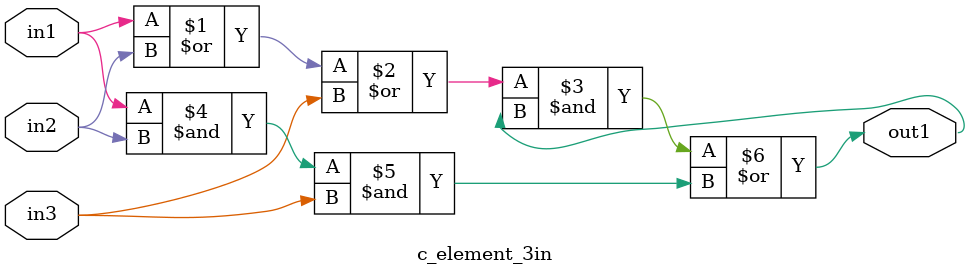
<source format=v>
module c_element_3in (out1, in1, in2, in3);
    output out1;
    input in1;
    input in2;
    input in3;
    assign out1 =  (in1 | in2 | in3) & out1 | in1 & in2 & in3;
endmodule
</source>
